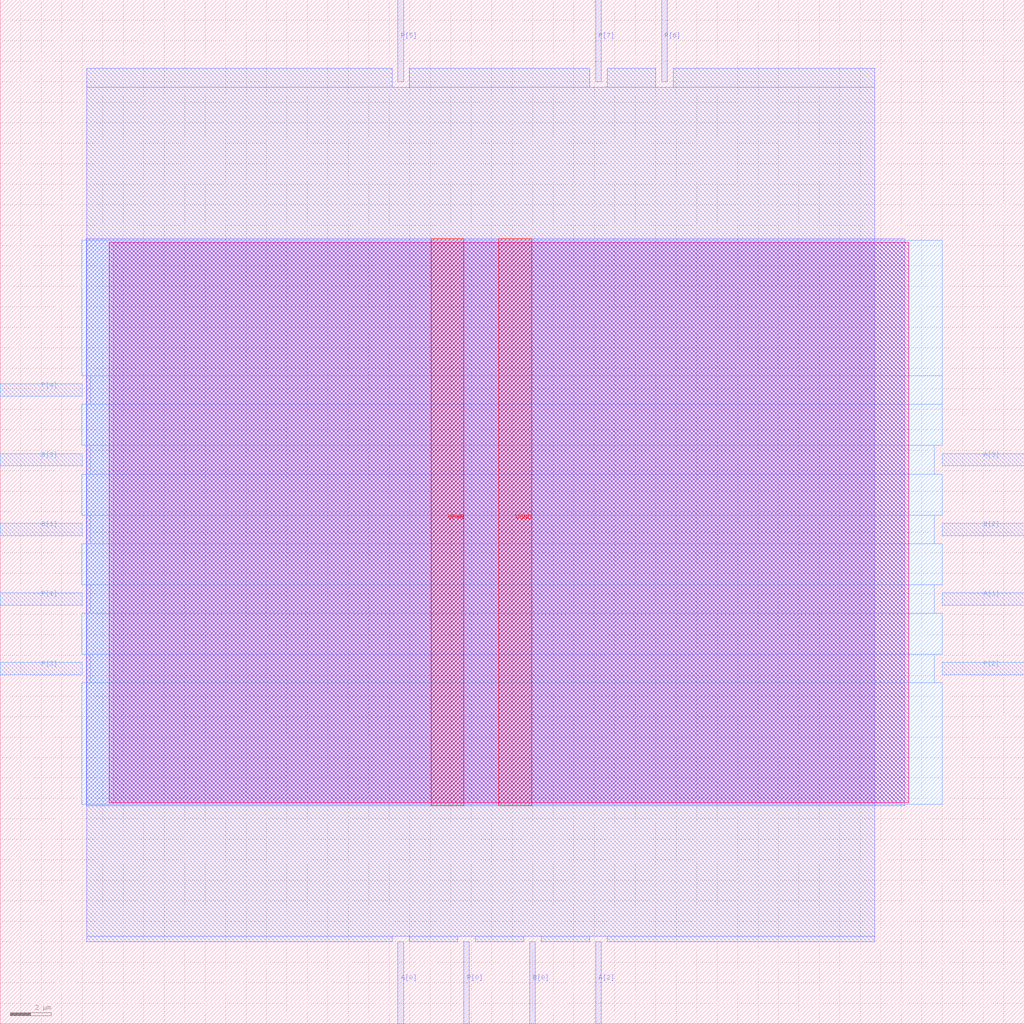
<source format=lef>
VERSION 5.7 ;
  NOWIREEXTENSIONATPIN ON ;
  DIVIDERCHAR "/" ;
  BUSBITCHARS "[]" ;
MACRO mult4_SARSA_RUIDO_e9_SARSANPASOS_VENTAJA_RUIDO_e8_SARSA_RUIDO_e9_SARSA_RUIDO_e9
  CLASS BLOCK ;
  FOREIGN mult4_SARSA_RUIDO_e9_SARSANPASOS_VENTAJA_RUIDO_e8_SARSA_RUIDO_e9_SARSA_RUIDO_e9 ;
  ORIGIN 0.000 0.000 ;
  SIZE 50.000 BY 50.000 ;
  PIN A[0]
    DIRECTION INPUT ;
    USE SIGNAL ;
    ANTENNAGATEAREA 0.196500 ;
    PORT
      LAYER met2 ;
        RECT 19.410 0.000 19.690 4.000 ;
    END
  END A[0]
  PIN A[1]
    DIRECTION INPUT ;
    USE SIGNAL ;
    ANTENNAGATEAREA 0.196500 ;
    PORT
      LAYER met3 ;
        RECT 46.000 20.440 50.000 21.040 ;
    END
  END A[1]
  PIN A[2]
    DIRECTION INPUT ;
    USE SIGNAL ;
    ANTENNAGATEAREA 0.196500 ;
    PORT
      LAYER met2 ;
        RECT 29.070 0.000 29.350 4.000 ;
    END
  END A[2]
  PIN A[3]
    DIRECTION INPUT ;
    USE SIGNAL ;
    ANTENNAGATEAREA 0.196500 ;
    PORT
      LAYER met3 ;
        RECT 46.000 27.240 50.000 27.840 ;
    END
  END A[3]
  PIN B[0]
    DIRECTION INPUT ;
    USE SIGNAL ;
    ANTENNAGATEAREA 0.196500 ;
    PORT
      LAYER met2 ;
        RECT 25.850 0.000 26.130 4.000 ;
    END
  END B[0]
  PIN B[1]
    DIRECTION INPUT ;
    USE SIGNAL ;
    ANTENNAGATEAREA 0.196500 ;
    PORT
      LAYER met3 ;
        RECT 0.000 23.840 4.000 24.440 ;
    END
  END B[1]
  PIN B[2]
    DIRECTION INPUT ;
    USE SIGNAL ;
    ANTENNAGATEAREA 0.196500 ;
    PORT
      LAYER met3 ;
        RECT 46.000 23.840 50.000 24.440 ;
    END
  END B[2]
  PIN B[3]
    DIRECTION INPUT ;
    USE SIGNAL ;
    ANTENNAGATEAREA 0.126000 ;
    PORT
      LAYER met3 ;
        RECT 0.000 27.240 4.000 27.840 ;
    END
  END B[3]
  PIN P[0]
    DIRECTION OUTPUT ;
    USE SIGNAL ;
    ANTENNADIFFAREA 0.445500 ;
    PORT
      LAYER met2 ;
        RECT 22.630 0.000 22.910 4.000 ;
    END
  END P[0]
  PIN P[1]
    DIRECTION OUTPUT ;
    USE SIGNAL ;
    ANTENNADIFFAREA 0.445500 ;
    PORT
      LAYER met3 ;
        RECT 0.000 20.440 4.000 21.040 ;
    END
  END P[1]
  PIN P[2]
    DIRECTION OUTPUT ;
    USE SIGNAL ;
    ANTENNADIFFAREA 0.445500 ;
    PORT
      LAYER met3 ;
        RECT 46.000 17.040 50.000 17.640 ;
    END
  END P[2]
  PIN P[3]
    DIRECTION OUTPUT ;
    USE SIGNAL ;
    ANTENNADIFFAREA 0.445500 ;
    PORT
      LAYER met3 ;
        RECT 0.000 17.040 4.000 17.640 ;
    END
  END P[3]
  PIN P[4]
    DIRECTION OUTPUT ;
    USE SIGNAL ;
    ANTENNADIFFAREA 0.445500 ;
    PORT
      LAYER met3 ;
        RECT 0.000 30.640 4.000 31.240 ;
    END
  END P[4]
  PIN P[5]
    DIRECTION OUTPUT ;
    USE SIGNAL ;
    ANTENNADIFFAREA 0.445500 ;
    PORT
      LAYER met2 ;
        RECT 19.410 46.000 19.690 50.000 ;
    END
  END P[5]
  PIN P[6]
    DIRECTION OUTPUT ;
    USE SIGNAL ;
    ANTENNADIFFAREA 0.445500 ;
    PORT
      LAYER met2 ;
        RECT 32.290 46.000 32.570 50.000 ;
    END
  END P[6]
  PIN P[7]
    DIRECTION OUTPUT ;
    USE SIGNAL ;
    ANTENNADIFFAREA 0.445500 ;
    PORT
      LAYER met2 ;
        RECT 29.070 46.000 29.350 50.000 ;
    END
  END P[7]
  PIN VGND
    DIRECTION INOUT ;
    USE GROUND ;
    PORT
      LAYER met4 ;
        RECT 24.340 10.640 25.940 38.320 ;
    END
  END VGND
  PIN VPWR
    DIRECTION INOUT ;
    USE POWER ;
    PORT
      LAYER met4 ;
        RECT 21.040 10.640 22.640 38.320 ;
    END
  END VPWR
  OBS
      LAYER nwell ;
        RECT 5.330 10.795 44.350 38.165 ;
      LAYER li1 ;
        RECT 5.520 10.795 44.160 38.165 ;
      LAYER met1 ;
        RECT 4.210 10.640 44.160 38.320 ;
      LAYER met2 ;
        RECT 4.230 45.720 19.130 46.650 ;
        RECT 19.970 45.720 28.790 46.650 ;
        RECT 29.630 45.720 32.010 46.650 ;
        RECT 32.850 45.720 42.690 46.650 ;
        RECT 4.230 4.280 42.690 45.720 ;
        RECT 4.230 4.000 19.130 4.280 ;
        RECT 19.970 4.000 22.350 4.280 ;
        RECT 23.190 4.000 25.570 4.280 ;
        RECT 26.410 4.000 28.790 4.280 ;
        RECT 29.630 4.000 42.690 4.280 ;
      LAYER met3 ;
        RECT 3.990 31.640 46.000 38.245 ;
        RECT 4.400 30.240 46.000 31.640 ;
        RECT 3.990 28.240 46.000 30.240 ;
        RECT 4.400 26.840 45.600 28.240 ;
        RECT 3.990 24.840 46.000 26.840 ;
        RECT 4.400 23.440 45.600 24.840 ;
        RECT 3.990 21.440 46.000 23.440 ;
        RECT 4.400 20.040 45.600 21.440 ;
        RECT 3.990 18.040 46.000 20.040 ;
        RECT 4.400 16.640 45.600 18.040 ;
        RECT 3.990 10.715 46.000 16.640 ;
  END
END mult4_SARSA_RUIDO_e9_SARSANPASOS_VENTAJA_RUIDO_e8_SARSA_RUIDO_e9_SARSA_RUIDO_e9
END LIBRARY


</source>
